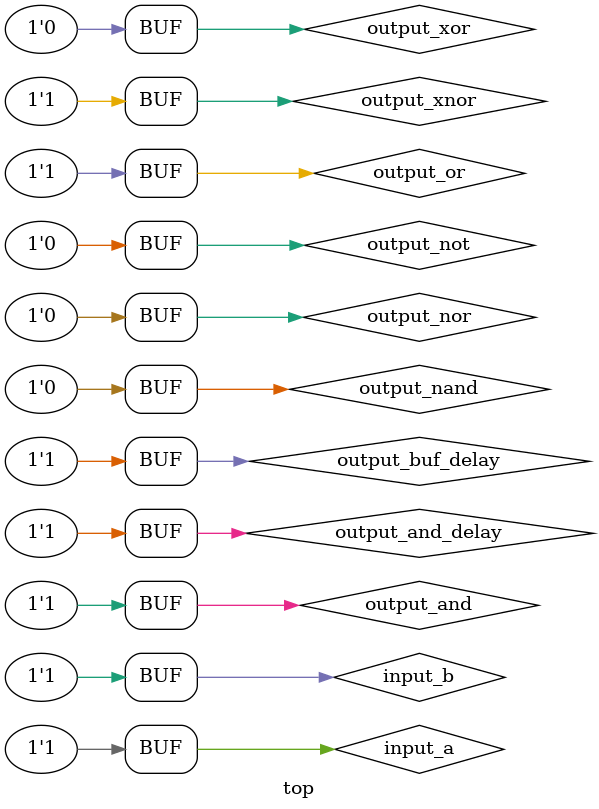
<source format=sv>
module top;
    reg input_a;
    reg input_b;

    wire output_and;
    wire output_and_delay;
    wire output_not;
    wire output_buf_delay;

    and (output_and, input_a, input_b);
    and #1 (output_and_delay, input_a, input_b);
    not (output_not, input_a);
    buf #2 foo_name (output_buf_delay, input_a);

    wire output_nand, output_or, output_nor, output_xor, output_xnor;
    nand (output_nand, input_a, input_b);
    or (output_or, input_a, input_b);
    nor (output_nor, input_a, input_b);
    xor (output_xor, input_a, input_b);
    xnor (output_xnor, input_a, input_b);

    initial repeat(2) begin
        $monitor("%3d ", $time,
            input_a, input_b,
            output_and, output_and_delay,
            output_not, output_buf_delay,
            output_nand, output_or, output_nor, output_xor, output_xnor);

        #1;
        #1; input_a = 1;
        #1; input_b = 0;
        #1; input_b = 1;
        #1;

        #1; input_a = 0;
        #1; input_b = 0;
        #1; input_a = 0;
        #1; input_b = 1;
        #1; input_a = 1;
        #1; input_b = 0;
        #1; input_a = 1;
        #1; input_b = 1;
        #1;
        #1;
        #1;
    end
endmodule

</source>
